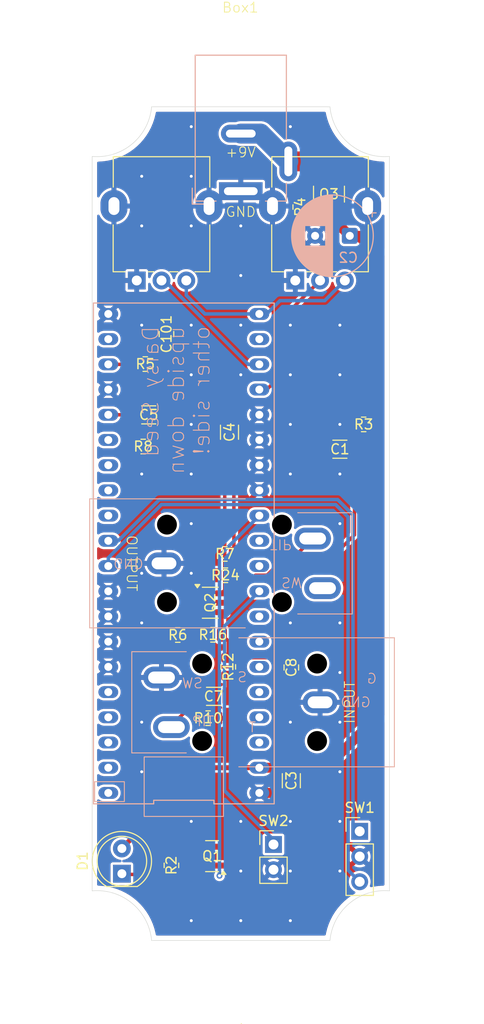
<source format=kicad_pcb>
(kicad_pcb (version 20241229) (generator "pcbnew") (generator_version "9.0")
  (layers (0 "F.Cu" jumper) (2 "B.Cu" signal) (13 "F.Paste" user) (15 "B.Paste" user) (5 "F.SilkS" user "F.Silkscreen") (7 "B.SilkS" user "B.Silkscreen") (1 "F.Mask" user) (3 "B.Mask" user) (25 "Edge.Cuts" user))
  (net 0 "")
  (net 1 "VIN")
  (net 2 "GND")
  (net 3 "IN^{EFF}")
  (net 4 "IN^{CONN}")
  (net 5 "OUT^{CONN}")
  (net 6 "PWRIN")
  (net 7 "LED")
  (net 8 "Net-(Q2B-G)")
  (net 9 "Net-(Q1-C)")
  (net 10 "Net-(C7-Pad2)")
  (net 11 "Net-(Q3-G)")
  (net 12 "POT2")
  (net 14 "+3.3VA")
  (net 15 "POT1")
  (net 16 "SW_UP")
  (net 17 "FOOTSWITCH")
  (net 18 "SW_DOWN")
  (net 19 "OUT^{EFF}")
  (net 20 "Net-(Q2A-D)")
  (net 21 "Net-(Q2A-S)")
  (net 22 "+VA")
  (net 23 "Net-(D1-K)")
  (net 24 "Net-(C101-Pad1)")
  (net 25 "Net-(Q2B-S)")
  (footprint "Package_TO_SOT_SMD:SOT-23-6" (layer "F.Cu") (at 96.92 107.97)
    (property "Reference" "Q2" (at 0 0 90) (layer "F.SilkS"))
    (property "Value" "LS844")
    (pad "1" smd roundrect (at -1.1375 -0.95) (size 1.325 0.6) (layers "F.Cu" "F.Mask" "F.Paste") (net 2 "GND"))
    (pad "2" smd roundrect (at -1.1375 0) (size 1.325 0.6) (layers "F.Cu" "F.Mask" "F.Paste") (net 20 "Net-(Q2A-D)"))
    (pad "3" smd roundrect (at -1.1375 0.95) (size 1.325 0.6) (layers "F.Cu" "F.Mask" "F.Paste") (net 21 "Net-(Q2A-S)"))
    (pad "4" smd roundrect (at 1.1375 0.95) (size 1.325 0.6) (layers "F.Cu" "F.Mask" "F.Paste") (net 8 "Net-(Q2B-G)"))
    (pad "5" smd roundrect (at 1.1375 0) (size 1.325 0.6) (layers "F.Cu" "F.Mask" "F.Paste") (net 22 "+VA"))
    (pad "6" smd roundrect (at 1.1375 -0.95) (size 1.325 0.6) (layers "F.Cu" "F.Mask" "F.Paste") (net 25 "Net-(Q2B-S)"))
  )
  (footprint "Resistor_SMD:R_0805_2012Metric" (layer "F.Cu") (at 93.64 111.22 180)
    (property "Reference" "R6" (at 0 0 0) (layer "F.SilkS"))
    (property "Value" "2k2")
    (pad "1" smd roundrect (at -0.9125 0 180) (size 1.025 1.4) (layers "F.Cu" "F.Mask" "F.Paste") (roundrect_rratio 0.243902) (net 21 "Net-(Q2A-S)"))
    (pad "2" smd roundrect (at 0.9125 0 180) (size 1.025 1.4) (layers "F.Cu" "F.Mask" "F.Paste") (roundrect_rratio 0.243902) (net 2 "GND"))
  )
  (footprint "Mylib:Potentiometer_9mm_MP" (layer "F.Cu") (at 108 68)
    (property "Reference" "RV2" (hide yes))
    (property "Value" "10k")
    (pad "1" thru_hole rect (at -2.5 7.5) (size 1.8 1.8) (drill 1) (layers "*.Cu" "*.Mask") (net 2 "GND"))
    (pad "2" thru_hole circle (at 0 7.5) (size 1.8 1.8) (drill 1) (layers "*.Cu" "*.Mask") (net 12 "POT2"))
    (pad "3" thru_hole circle (at 2.5 7.5) (size 1.8 1.8) (drill 1) (layers "*.Cu" "*.Mask") (net 14 "+3.3VA"))
    (pad "MP" thru_hole oval (at -4.8 0) (size 2.72 3.24) (drill oval 1.1 1.8) (layers "*.Cu" "*.Mask") (net 2 "GND"))
    (pad "MP" thru_hole oval (at 4.8 0) (size 2.72 3.24) (drill oval 1.1 1.8) (layers "*.Cu" "*.Mask") (net 2 "GND"))
  )
  (footprint "Connector_PinHeader_2.54mm:PinHeader_1x03_P2.54mm_Vertical" (layer "F.Cu") (at 112 131)
    (property "Reference" "SW1" (at 0 -2.38 0) (layer "F.SilkS"))
    (property "Value" "SW_SPDT")
    (pad "1" thru_hole rect (at 0 0) (size 1.7 1.7) (drill 1) (layers "*.Cu" "*.Mask") (net 18 "SW_DOWN"))
    (pad "2" thru_hole circle (at 0 2.54) (size 1.7 1.7) (drill 1) (layers "*.Cu" "*.Mask") (net 2 "GND"))
    (pad "3" thru_hole circle (at 0 5.08) (size 1.7 1.7) (drill 1) (layers "*.Cu" "*.Mask") (net 16 "SW_UP"))
  )
  (footprint "Resistor_SMD:R_0805_2012Metric" (layer "F.Cu") (at 98.45 105.2 180)
    (property "Reference" "R24" (at 0 0 0) (layer "F.SilkS"))
    (property "Value" "2k2")
    (pad "1" smd roundrect (at -0.9125 0 180) (size 1.025 1.4) (layers "F.Cu" "F.Mask" "F.Paste") (roundrect_rratio 0.243902) (net 25 "Net-(Q2B-S)"))
    (pad "2" smd roundrect (at 0.9125 0 180) (size 1.025 1.4) (layers "F.Cu" "F.Mask" "F.Paste") (roundrect_rratio 0.243902) (net 20 "Net-(Q2A-D)"))
  )
  (footprint "Package_TO_SOT_SMD:SOT-23-3" (layer "F.Cu") (at 108.9 66.8 90)
    (property "Reference" "Q3" (at 0 0 0) (layer "F.SilkS"))
    (property "Value" "PMV250")
    (pad "1" smd roundrect (at -1.1375 -0.95 90) (size 1.325 0.6) (layers "F.Cu" "F.Mask" "F.Paste") (net 11 "Net-(Q3-G)"))
    (pad "2" smd roundrect (at -1.1375 0.95 90) (size 1.325 0.6) (layers "F.Cu" "F.Mask" "F.Paste") (net 1 "VIN"))
    (pad "3" smd roundrect (at 1.1375 0 90) (size 1.325 0.6) (layers "F.Cu" "F.Mask" "F.Paste") (net 6 "PWRIN"))
  )
  (footprint "Capacitor_SMD:C_0805_2012Metric" (layer "F.Cu") (at 105.1 114.49 -90)
    (property "Reference" "C8" (at 0 0 90) (layer "F.SilkS"))
    (property "Value" "150pF")
    (pad "1" smd roundrect (at -0.95 0 270) (size 1 1.45) (layers "F.Cu" "F.Mask" "F.Paste") (net 8 "Net-(Q2B-G)"))
    (pad "2" smd roundrect (at 0.95 0 270) (size 1 1.45) (layers "F.Cu" "F.Mask" "F.Paste") (net 2 "GND"))
  )
  (footprint "Resistor_SMD:R_0805_2012Metric" (layer "F.Cu") (at 97.19 111.2 180)
    (property "Reference" "R16" (at 0 0 0) (layer "F.SilkS"))
    (property "Value" "1MEG")
    (pad "1" smd roundrect (at -0.9125 0 180) (size 1.025 1.4) (layers "F.Cu" "F.Mask" "F.Paste") (roundrect_rratio 0.243902) (net 8 "Net-(Q2B-G)"))
    (pad "2" smd roundrect (at 0.9125 0 180) (size 1.025 1.4) (layers "F.Cu" "F.Mask" "F.Paste") (roundrect_rratio 0.243902) (net 20 "Net-(Q2A-D)"))
  )
  (footprint "Resistor_SMD:R_0805_2012Metric" (layer "F.Cu") (at 106 68.1 -90)
    (property "Reference" "R4" (at 0 0 90) (layer "F.SilkS"))
    (property "Value" "100k")
    (pad "1" smd roundrect (at -0.9125 0 270) (size 1.025 1.4) (layers "F.Cu" "F.Mask" "F.Paste") (roundrect_rratio 0.243902) (net 11 "Net-(Q3-G)"))
    (pad "2" smd roundrect (at 0.9125 0 270) (size 1.025 1.4) (layers "F.Cu" "F.Mask" "F.Paste") (roundrect_rratio 0.243902) (net 2 "GND"))
  )
  (footprint "Resistor_SMD:R_0805_2012Metric" (layer "F.Cu") (at 98.39 103.05 180)
    (property "Reference" "R7" (at 0 0 0) (layer "F.SilkS"))
    (property "Value" "1MEG")
    (pad "1" smd roundrect (at -0.9125 0 180) (size 1.025 1.4) (layers "F.Cu" "F.Mask" "F.Paste") (roundrect_rratio 0.243902) (net 5 "OUT^{CONN}"))
    (pad "2" smd roundrect (at 0.9125 0 180) (size 1.025 1.4) (layers "F.Cu" "F.Mask" "F.Paste") (roundrect_rratio 0.243902) (net 2 "GND"))
  )
  (footprint "Connector_PinHeader_2.54mm:PinHeader_1x02_P2.54mm_Vertical" (layer "F.Cu") (at 103.3 132.325)
    (property "Reference" "SW2" (at 0 -2.38 0) (layer "F.SilkS"))
    (property "Value" "SW_Push")
    (pad "1" thru_hole rect (at 0 0) (size 1.7 1.7) (drill 1) (layers "*.Cu" "*.Mask") (net 17 "FOOTSWITCH"))
    (pad "2" thru_hole circle (at 0 2.54) (size 1.7 1.7) (drill 1) (layers "*.Cu" "*.Mask") (net 2 "GND"))
  )
  (footprint "Package_TO_SOT_SMD:SOT-23" (layer "F.Cu") (at 97.1 133.5 180)
    (property "Reference" "Q1" (at 0 0 0) (layer "F.SilkS"))
    (property "Value" "BC846")
    (pad "1" smd roundrect (at -0.9375 -0.95 180) (size 1.475 0.6) (layers "F.Cu" "F.Mask" "F.Paste") (net 7 "LED"))
    (pad "2" smd roundrect (at -0.9375 0.95 180) (size 1.475 0.6) (layers "F.Cu" "F.Mask" "F.Paste") (net 2 "GND"))
    (pad "3" smd roundrect (at 0.9375 0 180) (size 1.475 0.6) (layers "F.Cu" "F.Mask" "F.Paste") (net 9 "Net-(Q1-C)"))
  )
  (footprint "Capacitor_SMD:C_1206_3216Metric" (layer "F.Cu") (at 110 92.5 180)
    (property "Reference" "C1" (at 0 0 0) (layer "F.SilkS"))
    (property "Value" "22uF")
    (pad "1" smd roundrect (at -1.475 0 180) (size 1.15 1.8) (layers "F.Cu" "F.Mask" "F.Paste") (roundrect_rratio 0.217391) (net 22 "+VA"))
    (pad "2" smd roundrect (at 1.475 0 180) (size 1.15 1.8) (layers "F.Cu" "F.Mask" "F.Paste") (roundrect_rratio 0.217391) (net 2 "GND"))
  )
  (footprint "Mylib:1590A" (layer "F.Cu") (at 100 100)
    (property "Reference" "Box1" (at -0.05 -52 0) (layer "F.SilkS") (effects (font (thickness 0.1))))
    (property "Value" "1590A")
  )
  (footprint "Capacitor_SMD:C_1206_3216Metric" (layer "F.Cu") (at 105.1 125.9 -90)
    (property "Reference" "C3" (at 0 0 90) (layer "F.SilkS"))
    (property "Value" "22uF")
    (pad "1" smd roundrect (at -1.475 0 270) (size 1.15 1.8) (layers "F.Cu" "F.Mask" "F.Paste") (roundrect_rratio 0.217391) (net 1 "VIN"))
    (pad "2" smd roundrect (at 1.475 0 270) (size 1.15 1.8) (layers "F.Cu" "F.Mask" "F.Paste") (roundrect_rratio 0.217391) (net 2 "GND"))
  )
  (footprint "Capacitor_SMD:C_0805_2012Metric" (layer "F.Cu") (at 92.5 80.9 90)
    (property "Reference" "C101" (at 0 0 90) (layer "F.SilkS"))
    (property "Value" "2n2")
    (pad "1" smd roundrect (at -0.95 0 90) (size 1 1.45) (layers "F.Cu" "F.Mask" "F.Paste") (net 24 "Net-(C101-Pad1)"))
    (pad "2" smd roundrect (at 0.95 0 90) (size 1 1.45) (layers "F.Cu" "F.Mask" "F.Paste") (net 2 "GND"))
  )
  (footprint "Resistor_SMD:R_0805_2012Metric" (layer "F.Cu") (at 93 134.43 90)
    (property "Reference" "R2" (at 0 0 90) (layer "F.SilkS"))
    (property "Value" "2k2")
    (pad "1" smd roundrect (at -0.9125 0 90) (size 1.025 1.4) (layers "F.Cu" "F.Mask" "F.Paste") (roundrect_rratio 0.243902) (net 23 "Net-(D1-K)"))
    (pad "2" smd roundrect (at 0.9125 0 90) (size 1.025 1.4) (layers "F.Cu" "F.Mask" "F.Paste") (roundrect_rratio 0.243902) (net 9 "Net-(Q1-C)"))
  )
  (footprint "Resistor_SMD:R_0805_2012Metric" (layer "F.Cu") (at 90.15 92.23)
    (property "Reference" "R8" (at 0 0 0) (layer "F.SilkS"))
    (property "Value" "1MEG")
    (pad "1" smd roundrect (at -0.9125 0) (size 1.025 1.4) (layers "F.Cu" "F.Mask" "F.Paste") (roundrect_rratio 0.243902) (net 3 "IN^{EFF}"))
    (pad "2" smd roundrect (at 0.9125 0) (size 1.025 1.4) (layers "F.Cu" "F.Mask" "F.Paste") (roundrect_rratio 0.243902) (net 2 "GND"))
  )
  (footprint "Capacitor_SMD:C_1206_3216Metric" (layer "F.Cu") (at 97.25 117.4)
    (property "Reference" "C7" (at 0 0 0) (layer "F.SilkS"))
    (property "Value" "4.7uF")
    (pad "1" smd roundrect (at -1.475 0) (size 1.15 1.8) (layers "F.Cu" "F.Mask" "F.Paste") (roundrect_rratio 0.217391) (net 4 "IN^{CONN}"))
    (pad "2" smd roundrect (at 1.475 0) (size 1.15 1.8) (layers "F.Cu" "F.Mask" "F.Paste") (roundrect_rratio 0.217391) (net 10 "Net-(C7-Pad2)"))
  )
  (footprint "LED_THT:LED_D5.0mm" (layer "F.Cu") (at 88 135.27 90)
    (property "Reference" "D1" (at 1.27 -3.96 90) (layer "F.SilkS"))
    (property "Value" "LED")
    (pad "1" thru_hole rect (at 0 0 90) (size 1.8 1.8) (drill 0.9) (layers "*.Cu" "*.Mask") (net 23 "Net-(D1-K)"))
    (pad "2" thru_hole circle (at 2.54 0 90) (size 1.8 1.8) (drill 0.9) (layers "*.Cu" "*.Mask") (net 1 "VIN"))
  )
  (footprint "Capacitor_SMD:C_1206_3216Metric" (layer "F.Cu") (at 90.71 89.04 180)
    (property "Reference" "C5" (at 0 0 0) (layer "F.SilkS"))
    (property "Value" "4.7uF")
    (pad "1" smd roundrect (at -1.475 0 180) (size 1.15 1.8) (layers "F.Cu" "F.Mask" "F.Paste") (roundrect_rratio 0.217391) (net 25 "Net-(Q2B-S)"))
    (pad "2" smd roundrect (at 1.475 0 180) (size 1.15 1.8) (layers "F.Cu" "F.Mask" "F.Paste") (roundrect_rratio 0.217391) (net 3 "IN^{EFF}"))
  )
  (footprint "Mylib:Potentiometer_9mm_MP" (layer "F.Cu") (at 92 68)
    (property "Reference" "RV1" (hide yes))
    (property "Value" "10k")
    (pad "1" thru_hole rect (at -2.5 7.5) (size 1.8 1.8) (drill 1) (layers "*.Cu" "*.Mask") (net 2 "GND"))
    (pad "2" thru_hole circle (at 0 7.5) (size 1.8 1.8) (drill 1) (layers "*.Cu" "*.Mask") (net 15 "POT1"))
    (pad "3" thru_hole circle (at 2.5 7.5) (size 1.8 1.8) (drill 1) (layers "*.Cu" "*.Mask") (net 14 "+3.3VA"))
    (pad "MP" thru_hole oval (at -4.8 0) (size 2.72 3.24) (drill oval 1.1 1.8) (layers "*.Cu" "*.Mask") (net 2 "GND"))
    (pad "MP" thru_hole oval (at 4.8 0) (size 2.72 3.24) (drill oval 1.1 1.8) (layers "*.Cu" "*.Mask") (net 2 "GND"))
  )
  (footprint "Resistor_SMD:R_0805_2012Metric" (layer "F.Cu") (at 90.36 83.92)
    (property "Reference" "R5" (at 0 0 0) (layer "F.SilkS"))
    (property "Value" "3k3")
    (pad "1" smd roundrect (at -0.9125 0) (size 1.025 1.4) (layers "F.Cu" "F.Mask" "F.Paste") (roundrect_rratio 0.243902) (net 19 "OUT^{EFF}"))
    (pad "2" smd roundrect (at 0.9125 0) (size 1.025 1.4) (layers "F.Cu" "F.Mask" "F.Paste") (roundrect_rratio 0.243902) (net 24 "Net-(C101-Pad1)"))
  )
  (footprint "Capacitor_SMD:C_1206_3216Metric" (layer "F.Cu") (at 98.86 90.79 -90)
    (property "Reference" "C4" (at 0 0 90) (layer "F.SilkS"))
    (property "Value" "0.47uF")
    (pad "1" smd roundrect (at -1.475 0 270) (size 1.15 1.8) (layers "F.Cu" "F.Mask" "F.Paste") (roundrect_rratio 0.217391) (net 24 "Net-(C101-Pad1)"))
    (pad "2" smd roundrect (at 1.475 0 270) (size 1.15 1.8) (layers "F.Cu" "F.Mask" "F.Paste") (roundrect_rratio 0.217391) (net 5 "OUT^{CONN}"))
  )
  (footprint "Resistor_SMD:R_0805_2012Metric" (layer "F.Cu") (at 98.74 114.43 90)
    (property "Reference" "R12" (at 0 0 90) (layer "F.SilkS"))
    (property "Value" "1k")
    (pad "1" smd roundrect (at -0.9125 0 90) (size 1.025 1.4) (layers "F.Cu" "F.Mask" "F.Paste") (roundrect_rratio 0.243902) (net 10 "Net-(C7-Pad2)"))
    (pad "2" smd roundrect (at 0.9125 0 90) (size 1.025 1.4) (layers "F.Cu" "F.Mask" "F.Paste") (roundrect_rratio 0.243902) (net 8 "Net-(Q2B-G)"))
  )
  (footprint "Resistor_SMD:R_0805_2012Metric" (layer "F.Cu") (at 96.7 119.6)
    (property "Reference" "R10" (at 0 0 0) (layer "F.SilkS"))
    (property "Value" "1MEG")
    (pad "1" smd roundrect (at -0.9125 0) (size 1.025 1.4) (layers "F.Cu" "F.Mask" "F.Paste") (roundrect_rratio 0.243902) (net 4 "IN^{CONN}"))
    (pad "2" smd roundrect (at 0.9125 0) (size 1.025 1.4) (layers "F.Cu" "F.Mask" "F.Paste") (roundrect_rratio 0.243902) (net 2 "GND"))
  )
  (footprint "Resistor_SMD:R_0805_2012Metric" (layer "F.Cu") (at 112.4 90 180)
    (property "Reference" "R3" (at 0 0 0) (layer "F.SilkS"))
    (property "Value" "220R")
    (pad "1" smd roundrect (at -0.9125 0 180) (size 1.025 1.4) (layers "F.Cu" "F.Mask" "F.Paste") (roundrect_rratio 0.243902) (net 1 "VIN"))
    (pad "2" smd roundrect (at 0.9125 0 180) (size 1.025 1.4) (layers "F.Cu" "F.Mask" "F.Paste") (roundrect_rratio 0.243902) (net 22 "+VA"))
  )
  (footprint "Capacitor_THT:CP_Radial_D8.0mm_P3.50mm" (layer "B.Cu") (at 111 71 180)
    (property "Reference" "C2" (at 0.152651 -2.2 0) (layer "B.SilkS") (effects (justify mirror)))
    (property "Value" "100uF")
    (pad "1" thru_hole roundrect (at 0 0 180) (size 1.6 1.6) (drill 0.8) (layers "*.Cu" "*.Mask") (roundrect_rratio 0.15625) (net 1 "VIN"))
    (pad "2" thru_hole circle (at 3.5 0 180) (size 1.6 1.6) (drill 0.8) (layers "*.Cu" "*.Mask") (net 2 "GND"))
  )
  (footprint "Mylib:CK-6.35" (layer "B.Cu") (at 92.25 104)
    (property "Reference" "J5" (hide yes))
    (property "Value" "AudioJack2_Ground" (hide yes))
    (fp_text user "GND" (at -2 0 180) (layer "B.SilkS") (effects (font (thickness 0.1)) (justify right mirror)))
    (fp_text user "SW" (at 14 2.5 180) (layer "B.SilkS") (effects (font (thickness 0.1)) (justify right top mirror)))
    (fp_text user "TIP" (at 13 -2.5 180) (layer "B.SilkS") (effects (font (thickness 0.1)) (justify right bottom mirror)))
    (pad "" np_thru_hole circle (at 0.3 -3.9) (size 2.54 2.54) (drill 2) (layers "*.Mask"))
    (pad "" np_thru_hole circle (at 0.3 3.9) (size 2.54 2.54) (drill 2) (layers "*.Mask"))
    (pad "" np_thru_hole circle (at 11.9 -3.9) (size 2.54 2.54) (drill 2) (layers "*.Mask"))
    (pad "" np_thru_hole circle (at 11.9 3.9) (size 2.54 2.54) (drill 2) (layers "*.Mask"))
    (pad "G" thru_hole oval (at 0 0) (size 3.5 2.2) (drill oval 2.5 1.2) (layers "*.Cu" "*.Mask") (net 2 "GND"))
    (pad "S" thru_hole oval (at 16 2.5) (size 3.7 2.2) (drill oval 2.7 1.2) (layers "*.Cu" "*.Mask"))
    (pad "T" thru_hole oval (at 15 -2.5) (size 3.7 2.2) (drill oval 2.7 1.2) (layers "*.Cu" "*.Mask") (net 5 "OUT^{CONN}"))
  )
  (footprint "Connector_BarrelJack:BarrelJack_Wuerth_6941xx301002" (layer "B.Cu") (at 100 66.5)
    (property "Reference" "J1" (hide yes))
    (property "Value" "Barrel_Jack_Switch")
    (pad "1" thru_hole rect (at 0 0) (size 4.4 1.8) (drill oval 3.4 0.8) (layers "*.Cu" "*.Mask") (net 2 "GND"))
    (pad "2" thru_hole oval (at 0 -5.8) (size 4 1.8) (drill oval 3 0.8) (layers "*.Cu" "*.Mask") (net 6 "PWRIN"))
    (pad "3" thru_hole oval (at 4.8 -3 270) (size 4 1.8) (drill oval 3 0.8) (layers "*.Cu" "*.Mask") (net 6 "PWRIN"))
  )
  (footprint "Mylib:DaisySeed" (layer "B.Cu") (at 94.25 103)
    (property "Reference" "U201" (hide yes))
    (property "Value" "Daisy Seed")
    (pad "1" thru_hole oval (at -7.62 24.13 90) (size 1.2 2) (drill 0.8) (layers "*.Cu" "*.Mask"))
    (pad "2" thru_hole oval (at -7.62 21.59 90) (size 1.2 2) (drill 0.8) (layers "*.Cu" "*.Mask"))
    (pad "3" thru_hole oval (at -7.62 19.05 90) (size 1.2 2) (drill 0.8) (layers "*.Cu" "*.Mask"))
    (pad "4" thru_hole oval (at -7.62 16.51 90) (size 1.2 2) (drill 0.8) (layers "*.Cu" "*.Mask"))
    (pad "5" thru_hole oval (at -7.62 13.97 90) (size 1.2 2) (drill 0.8) (layers "*.Cu" "*.Mask"))
    (pad "6" thru_hole oval (at -7.62 11.43 90) (size 1.2 2) (drill 0.8) (layers "*.Cu" "*.Mask") (net 2 "GND"))
    (pad "7" thru_hole oval (at -7.62 8.89 90) (size 1.2 2) (drill 0.8) (layers "*.Cu" "*.Mask") (net 2 "GND"))
    (pad "8" thru_hole oval (at -7.62 6.35 90) (size 1.2 2) (drill 0.8) (layers "*.Cu" "*.Mask") (net 2 "GND"))
    (pad "9" thru_hole oval (at -7.62 3.81 90) (size 1.2 2) (drill 0.8) (layers "*.Cu" "*.Mask") (net 2 "GND"))
    (pad "10" thru_hole oval (at -7.62 1.27 90) (size 1.2 2) (drill 0.8) (layers "*.Cu" "*.Mask") (net 16 "SW_UP"))
    (pad "11" thru_hole oval (at -7.62 -1.27 90) (size 1.2 2) (drill 0.8) (layers "*.Cu" "*.Mask") (net 18 "SW_DOWN"))
    (pad "12" thru_hole oval (at -7.62 -3.81 90) (size 1.2 2) (drill 0.8) (layers "*.Cu" "*.Mask"))
    (pad "13" thru_hole oval (at -7.62 -6.35 90) (size 1.2 2) (drill 0.8) (layers "*.Cu" "*.Mask"))
    (pad "14" thru_hole oval (at -7.62 -8.89 90) (size 1.2 2) (drill 0.8) (layers "*.Cu" "*.Mask"))
    (pad "15" thru_hole oval (at -7.62 -11.43 90) (size 1.2 2) (drill 0.8) (layers "*.Cu" "*.Mask"))
    (pad "16" thru_hole oval (at -7.62 -13.97 90) (size 1.2 2) (drill 0.8) (layers "*.Cu" "*.Mask") (net 3 "IN^{EFF}"))
    (pad "17" thru_hole oval (at -7.62 -16.51 90) (size 1.2 2) (drill 0.8) (layers "*.Cu" "*.Mask") (net 2 "GND"))
    (pad "18" thru_hole oval (at -7.62 -19.05 90) (size 1.2 2) (drill 0.8) (layers "*.Cu" "*.Mask") (net 19 "OUT^{EFF}"))
    (pad "19" thru_hole oval (at -7.62 -21.59 90) (size 1.2 2) (drill 0.8) (layers "*.Cu" "*.Mask"))
    (pad "20" thru_hole oval (at -7.62 -24.13 90) (size 1.2 2) (drill 0.8) (layers "*.Cu" "*.Mask") (net 2 "GND"))
    (pad "21" thru_hole oval (at 7.62 -24.13 90) (size 1.2 2) (drill 0.8) (layers "*.Cu" "*.Mask") (net 14 "+3.3VA"))
    (pad "22" thru_hole oval (at 7.62 -21.59 90) (size 1.2 2) (drill 0.8) (layers "*.Cu" "*.Mask"))
    (pad "23" thru_hole oval (at 7.62 -19.05 90) (size 1.2 2) (drill 0.8) (layers "*.Cu" "*.Mask") (net 15 "POT1"))
    (pad "24" thru_hole oval (at 7.62 -16.51 90) (size 1.2 2) (drill 0.8) (layers "*.Cu" "*.Mask") (net 12 "POT2"))
    (pad "25" thru_hole oval (at 7.62 -13.97 90) (size 1.2 2) (drill 0.8) (layers "*.Cu" "*.Mask") (net 2 "GND"))
    (pad "26" thru_hole oval (at 7.62 -11.43 90) (size 1.2 2) (drill 0.8) (layers "*.Cu" "*.Mask") (net 2 "GND"))
    (pad "27" thru_hole oval (at 7.62 -8.89 90) (size 1.2 2) (drill 0.8) (layers "*.Cu" "*.Mask") (net 2 "GND"))
    (pad "28" thru_hole oval (at 7.62 -6.35 90) (size 1.2 2) (drill 0.8) (layers "*.Cu" "*.Mask") (net 2 "GND"))
    (pad "29" thru_hole oval (at 7.62 -3.81 90) (size 1.2 2) (drill 0.8) (layers "*.Cu" "*.Mask") (net 7 "LED"))
    (pad "30" thru_hole oval (at 7.62 -1.27 90) (size 1.2 2) (drill 0.8) (layers "*.Cu" "*.Mask"))
    (pad "31" thru_hole oval (at 7.62 1.27 90) (size 1.2 2) (drill 0.8) (layers "*.Cu" "*.Mask"))
    (pad "32" thru_hole oval (at 7.62 3.81 90) (size 1.2 2) (drill 0.8) (layers "*.Cu" "*.Mask") (net 17 "FOOTSWITCH"))
    (pad "33" thru_hole oval (at 7.62 6.35 90) (size 1.2 2) (drill 0.8) (layers "*.Cu" "*.Mask"))
    (pad "34" thru_hole oval (at 7.62 8.89 90) (size 1.2 2) (drill 0.8) (layers "*.Cu" "*.Mask"))
    (pad "35" thru_hole oval (at 7.62 11.43 90) (size 1.2 2) (drill 0.8) (layers "*.Cu" "*.Mask"))
    (pad "36" thru_hole oval (at 7.62 13.97 90) (size 1.2 2) (drill 0.8) (layers "*.Cu" "*.Mask"))
    (pad "37" thru_hole oval (at 7.62 16.51 90) (size 1.2 2) (drill 0.8) (layers "*.Cu" "*.Mask"))
    (pad "38" thru_hole oval (at 7.62 19.05 90) (size 1.2 2) (drill 0.8) (layers "*.Cu" "*.Mask"))
    (pad "39" thru_hole oval (at 7.62 21.59 90) (size 1.2 2) (drill 0.8) (layers "*.Cu" "*.Mask") (net 1 "VIN"))
    (pad "40" thru_hole oval (at 7.62 24.13 90) (size 1.2 2) (drill 0.8) (layers "*.Cu" "*.Mask") (net 2 "GND"))
  )
  (footprint "Mylib:CK-6.35" (layer "B.Cu") (at 108 118 180)
    (property "Reference" "J4" (hide yes))
    (property "Value" "AudioJack2_Ground" (hide yes))
    (fp_text user "TIP" (at 13 -2.5 0) (layer "B.SilkS") (effects (font (thickness 0.1)) (justify right bottom mirror)))
    (fp_text user "GND" (at -2 0 0) (layer "B.SilkS") (effects (font (thickness 0.1)) (justify right mirror)))
    (fp_text user "S" (at 8.4 3.2 180) (layer "B.SilkS") (effects (font (thickness 0.1)) (justify left bottom mirror)))
    (fp_text user "SW" (at 14 2.5 0) (layer "B.SilkS") (effects (font (thickness 0.1)) (justify right top mirror)))
    (fp_text user "G" (at -5.8 1.8 0) (layer "B.SilkS") (effects (font (thickness 0.1)) (justify left bottom mirror)))
    (fp_text user "T" (at 6.4 -3.1 0) (layer "B.SilkS") (effects (font (thickness 0.1)) (justify left bottom mirror)))
    (pad "" np_thru_hole circle (at 0.3 -3.9 180) (size 2.54 2.54) (drill 2) (layers "*.Mask"))
    (pad "" np_thru_hole circle (at 0.3 3.9 180) (size 2.54 2.54) (drill 2) (layers "*.Mask"))
    (pad "" np_thru_hole circle (at 11.9 -3.9 180) (size 2.54 2.54) (drill 2) (layers "*.Mask"))
    (pad "" np_thru_hole circle (at 11.9 3.9 180) (size 2.54 2.54) (drill 2) (layers "*.Mask"))
    (pad "G" thru_hole oval (at 0 0 180) (size 3.5 2.2) (drill oval 2.5 1.2) (layers "*.Cu" "*.Mask") (net 2 "GND"))
    (pad "S" thru_hole oval (at 16 2.5 180) (size 3.7 2.2) (drill oval 2.7 1.2) (layers "*.Cu" "*.Mask") (net 2 "GND"))
    (pad "T" thru_hole oval (at 15 -2.5 180) (size 3.7 2.2) (drill oval 2.7 1.2) (layers "*.Cu" "*.Mask") (net 4 "IN^{CONN}"))
  )
  (gr_arc (start 109 142) (mid 110.964466 138.257359) (end 115 137) (stroke (width 0.05)) (layer "Edge.Cuts"))
  (gr_arc (start 91 58) (mid 89.035534 61.742641) (end 85 63) (stroke (width 0.05)) (layer "Edge.Cuts"))
  (gr_arc (start 115 63) (mid 110.964466 61.742641) (end 109 58) (stroke (width 0.05)) (layer "Edge.Cuts"))
  (gr_line (start 91 142) (end 109 142) (stroke (width 0.05)) (layer "Edge.Cuts"))
  (gr_line (start 115 63) (end 115 137) (stroke (width 0.05)) (layer "Edge.Cuts"))
  (gr_line (start 91 58) (end 109 58) (stroke (width 0.05)) (layer "Edge.Cuts"))
  (gr_line (start 85 137) (end 85 63) (stroke (width 0.05)) (layer "Edge.Cuts"))
  (gr_arc (start 85 137) (mid 89.035534 138.257359) (end 91 142) (stroke (width 0.05)) (layer "Edge.Cuts"))
  (gr_text "INPUT" (at 111 118 90) (layer "F.SilkS") (effects (font (size 1 1) (thickness 0.1))))
  (gr_text "+9V" (at 100 62 0) (layer "F.SilkS") (effects (font (size 1 1) (thickness 0.1)) (justify top)))
  (gr_text "GND" (at 100 68 0) (layer "F.SilkS") (effects (font (size 1 1) (thickness 0.1)) (justify top)))
  (gr_text "OUTPUT" (at 89 104 270) (layer "F.SilkS") (effects (font (size 1 1) (thickness 0.1))))
  (gr_text "Daisy Seed\nupside down\nother side!" (at 97 80 90) (layer "B.SilkS") (effects (font (size 1.6 1.6) (thickness 0.1)) (justify left bottom mirror)))
  (segment (start 101.87 124.59) (end 96.11 124.59) (width 0.5) (layer "F.Cu") (net 1))
  (segment (start 88 132.7) (end 88 132.73) (width 0.5) (layer "F.Cu") (net 1))
  (segment (start 96.11 124.59) (end 88 132.7) (width 0.5) (layer "F.Cu") (net 1))
  (segment (start 104.935 124.59) (end 105.1 124.425) (width 1) (layer "F.Cu") (net 1))
  (segment (start 108.775 124.425) (end 105.1 124.425) (width 1) (layer "F.Cu") (net 1))
  (segment (start 109.85 67.9375) (end 109.85 69.85) (width 1) (layer "F.Cu") (net 1))
  (segment (start 111.9 71) (end 113.999 73.099) (width 1) (layer "F.Cu") (net 1))
  (segment (start 109.85 69.85) (end 111 71) (width 1) (layer "F.Cu") (net 1))
  (segment (start 111 71) (end 111.9 71) (width 1) (layer "F.Cu") (net 1))
  (segment (start 113.999 119.201) (end 108.775 124.425) (width 1) (layer "F.Cu") (net 1))
  (segment (start 101.87 124.59) (end 104.935 124.59) (width 1) (layer "F.Cu") (net 1))
  (segment (start 113.999 73.099) (end 113.999 119.201) (width 1) (layer "F.Cu") (net 1))
  (segment (start 101.87 127.13) (end 104.855 127.13) (width 1) (layer "F.Cu") (net 2))
  (segment (start 104.855 127.13) (end 105.1 127.375) (width 1) (layer "F.Cu") (net 2))
  (via (at 110 80) (size 0.6) (drill 0.3) (layers "F.Cu" "B.Cu") (net 2))
  (via (at 100 75) (size 0.6) (drill 0.3) (layers "F.Cu" "B.Cu") (net 2))
  (via (at 105 130) (size 0.6) (drill 0.3) (layers "F.Cu" "B.Cu") (net 2))
  (via (at 110 85) (size 0.6) (drill 0.3) (layers "F.Cu" "B.Cu") (net 2))
  (via (at 100 80) (size 0.6) (drill 0.3) (layers "F.Cu" "B.Cu") (net 2))
  (via (at 105 60) (size 0.6) (drill 0.3) (layers "F.Cu" "B.Cu") (net 2))
  (via (at 105 85) (size 0.6) (drill 0.3) (layers "F.Cu" "B.Cu") (net 2))
  (via (at 90 80) (size 0.6) (drill 0.3) (layers "F.Cu" "B.Cu") (net 2))
  (via (at 110 95) (size 0.6) (drill 0.3) (layers "F.Cu" "B.Cu") (net 2))
  (via (at 110 90) (size 0.6) (drill 0.3) (layers "F.Cu" "B.Cu") (net 2))
  (via (at 105 135) (size 0.6) (drill 0.3) (layers "F.Cu" "B.Cu") (net 2))
  (via (at 105 95) (size 0.6) (drill 0.3) (layers "F.Cu" "B.Cu") (net 2))
  (via (at 105 140) (size 0.6) (drill 0.3) (layers "F.Cu" "B.Cu") (net 2))
  (via (at 110 100) (size 0.6) (drill 0.3) (layers "F.Cu" "B.Cu") (net 2))
  (via (at 100 130) (size 0.6) (drill 0.3) (layers "F.Cu" "B.Cu") (net 2))
  (via (at 110 110) (size 0.6) (drill 0.3) (layers "F.Cu" "B.Cu") (net 2))
  (via (at 95 65) (size 0.6) (drill 0.3) (layers "F.Cu" "B.Cu") (net 2))
  (via (at 95 85) (size 0.6) (drill 0.3) (layers "F.Cu" "B.Cu") (net 2))
  (via (at 90 70) (size 0.6) (drill 0.3) (layers "F.Cu" "B.Cu") (net 2))
  (via (at 95 130) (size 0.6) (drill 0.3) (layers "F.Cu" "B.Cu") (net 2))
  (via (at 95 90) (size 0.6) (drill 0.3) (layers "F.Cu" "B.Cu") (net 2))
  (via (at 100 85) (size 0.6) (drill 0.3) (layers "F.Cu" "B.Cu") (net 2))
  (via (at 90 65) (size 0.6) (drill 0.3) (layers "F.Cu" "B.Cu") (net 2))
  (via (at 110 135) (size 0.6) (drill 0.3) (layers "F.Cu" "B.Cu") (net 2))
  (via (at 110 120) (size 0.6) (drill 0.3) (layers "F.Cu" "B.Cu") (net 2))
  (via (at 105 90) (size 0.6) (drill 0.3) (layers "F.Cu" "B.Cu") (net 2))
  (via (at 95 105) (size 0.6) (drill 0.3) (layers "F.Cu" "B.Cu") (net 2))
  (via (at 95 70) (size 0.6) (drill 0.3) (layers "F.Cu" "B.Cu") (net 2))
  (via (at 110 130) (size 0.6) (drill 0.3) (layers "F.Cu" "B.Cu") (net 2))
  (via (at 95 100) (size 0.6) (drill 0.3) (layers "F.Cu" "B.Cu") (net 2))
  (via (at 90 105) (size 0.6) (drill 0.3) (layers "F.Cu" "B.Cu") (net 2))
  (via (at 100 70) (size 0.6) (drill 0.3) (layers "F.Cu" "B.Cu") (net 2))
  (via (at 105 110) (size 0.6) (drill 0.3) (layers "F.Cu" "B.Cu") (net 2))
  (via (at 100 135) (size 0.6) (drill 0.3) (layers "F.Cu" "B.Cu") (net 2))
  (via (at 95 60) (size 0.6) (drill 0.3) (layers "F.Cu" "B.Cu") (net 2))
  (via (at 105 80) (size 0.6) (drill 0.3) (layers "F.Cu" "B.Cu") (net 2))
  (via (at 90 125) (size 0.6) (drill 0.3) (layers "F.Cu" "B.Cu") (net 2))
  (via (at 95 95) (size 0.6) (drill 0.3) (layers "F.Cu" "B.Cu") (net 2))
  (via (at 90 110) (size 0.6) (drill 0.3) (layers "F.Cu" "B.Cu") (net 2))
  (via (at 100 140) (size 0.6) (drill 0.3) (layers "F.Cu" "B.Cu") (net 2))
  (via (at 105 120) (size 0.6) (drill 0.3) (layers "F.Cu" "B.Cu") (net 2))
  (via (at 90 95) (size 0.6) (drill 0.3) (layers "F.Cu" "B.Cu") (net 2))
  (via (at 95 80) (size 0.6) (drill 0.3) (layers "F.Cu" "B.Cu") (net 2))
  (via (at 90 120) (size 0.6) (drill 0.3) (layers "F.Cu" "B.Cu") (net 2))
  (via (at 110 125) (size 0.6) (drill 0.3) (layers "F.Cu" "B.Cu") (net 2))
  (via (at 95 140) (size 0.6) (drill 0.3) (layers "F.Cu" "B.Cu") (net 2))
  (via (at 110 115) (size 0.6) (drill 0.3) (layers "F.Cu" "B.Cu") (net 2))
  (segment (start 89.225 89.03) (end 89.235 89.04) (width 0.35) (layer "F.Cu") (net 3))
  (segment (start 86.63 89.03) (end 89.225 89.03) (width 0.35) (layer "F.Cu") (net 3))
  (segment (start 89.2375 92.23) (end 89.2375 89.0425) (width 0.35) (layer "F.Cu") (net 3))
  (segment (start 89.2375 89.0425) (end 89.235 89.04) (width 0.35) (layer "F.Cu") (net 3))
  (segment (start 95.7875 117.5825) (end 95.775 117.57) (width 0.35) (layer "F.Cu") (net 4))
  (segment (start 95.7875 119.6) (end 95.7875 117.5825) (width 0.35) (layer "F.Cu") (net 4))
  (segment (start 93 120.5) (end 93 120.345) (width 0.35) (layer "F.Cu") (net 4))
  (segment (start 93 120.345) (end 95.775 117.57) (width 0.35) (layer "F.Cu") (net 4))
  (segment (start 95.775 117.57) (end 95.775 117.4) (width 0.35) (layer "F.Cu") (net 4))
  (segment (start 98.86 92.265) (end 99.3025 92.7075) (width 0.35) (layer "F.Cu") (net 5))
  (segment (start 99.3025 92.7075) (end 99.3025 103.05) (width 0.35) (layer "F.Cu") (net 5))
  (segment (start 105.7 103.05) (end 107.25 101.5) (width 0.35) (layer "F.Cu") (net 5))
  (segment (start 99.3025 103.05) (end 105.7 103.05) (width 0.35) (layer "F.Cu") (net 5))
  (segment (start 100 60.7) (end 102 60.7) (width 2) (layer "F.Cu") (net 6))
  (segment (start 102 60.7) (end 104.8 63.5) (width 2) (layer "F.Cu") (net 6))
  (segment (start 106.7375 63.5) (end 108.9 65.6625) (width 2) (layer "F.Cu") (net 6))
  (segment (start 104.8 63.5) (end 106.7375 63.5) (width 2) (layer "F.Cu") (net 6))
  (segment (start 102 60.7) (end 104.8 63.5) (width 2) (layer "B.Cu") (net 6))
  (segment (start 100 60.7) (end 102 60.7) (width 2) (layer "B.Cu") (net 6))
  (segment (start 97.85 134.6375) (end 98.0375 134.45) (width 0.35) (layer "F.Cu") (net 7))
  (segment (start 97.85 135.475) (end 97.85 134.6375) (width 0.35) (layer "F.Cu") (net 7))
  (via (at 97.85 135.475) (size 0.6) (drill 0.3) (layers "F.Cu" "B.Cu") (net 7))
  (segment (start 97.85 103.21) (end 97.85 135.475) (width 0.35) (layer "B.Cu") (net 7))
  (segment (start 101.87 99.19) (end 97.85 103.21) (width 0.35) (layer "B.Cu") (net 7))
  (segment (start 98.1025 108.965) (end 98.0575 108.92) (width 0.35) (layer "F.Cu") (net 8))
  (segment (start 98.74 113.5175) (end 98.7535 113.504) (width 0.35) (layer "F.Cu") (net 8))
  (segment (start 98.74 111.8375) (end 98.1025 111.2) (width 0.35) (layer "F.Cu") (net 8))
  (segment (start 98.7535 113.504) (end 105.064 113.504) (width 0.35) (layer "F.Cu") (net 8))
  (segment (start 98.1025 111.2) (end 98.1025 108.965) (width 0.35) (layer "F.Cu") (net 8))
  (segment (start 105.064 113.504) (end 105.1 113.54) (width 0.35) (layer "F.Cu") (net 8))
  (segment (start 98.74 113.5175) (end 98.74 111.8375) (width 0.35) (layer "F.Cu") (net 8))
  (segment (start 96.1625 133.5) (end 93.0175 133.5) (width 0.35) (layer "F.Cu") (net 9))
  (segment (start 93.0175 133.5) (end 93 133.5175) (width 0.35) (layer "F.Cu") (net 9))
  (segment (start 98.725 117.4) (end 98.725 115.3575) (width 0.35) (layer "F.Cu") (net 10))
  (segment (start 98.725 115.3575) (end 98.74 115.3425) (width 0.35) (layer "F.Cu") (net 10))
  (segment (start 107.2 67.1875) (end 107.95 67.9375) (width 0.35) (layer "F.Cu") (net 11))
  (segment (start 106 67.1875) (end 107.2 67.1875) (width 0.35) (layer "F.Cu") (net 11))
  (segment (start 108 75.5) (end 103.946 79.554) (width 0.35) (layer "F.Cu") (net 12))
  (segment (start 103.946 85.164) (end 102.62 86.49) (width 0.35) (layer "F.Cu") (net 12))
  (segment (start 103.946 79.554) (end 103.946 85.164) (width 0.35) (layer "F.Cu") (net 12))
  (segment (start 103.96 77.53) (end 102.62 78.87) (width 0.35) (layer "B.Cu") (net 14))
  (segment (start 96.37852 78.87) (end 94.499999 76.991479) (width 0.35) (layer "B.Cu") (net 14))
  (segment (start 102.62 78.87) (end 96.37852 78.87) (width 0.35) (layer "B.Cu") (net 14))
  (segment (start 94.499999 76.991479) (end 94.499999 75.499999) (width 0.35) (layer "B.Cu") (net 14))
  (segment (start 103.96 77.53) (end 108.47 77.53) (width 0.35) (layer "B.Cu") (net 14))
  (segment (start 110.5 75.5) (end 108.47 77.53) (width 0.35) (layer "B.Cu") (net 14))
  (segment (start 92.3 75.5) (end 92 75.5) (width 0.35) (layer "B.Cu") (net 15))
  (segment (start 102.62 83.95) (end 100.75 83.95) (width 0.35) (layer "B.Cu") (net 15))
  (segment (start 100.75 83.95) (end 92.3 75.5) (width 0.35) (layer "B.Cu") (net 15))
  (segment (start 110.824 134.904) (end 110.824 99.33252) (width 0.35) (layer "B.Cu") (net 16))
  (segment (start 109.56748 98.076) (end 91.993562 98.076) (width 0.35) (layer "B.Cu") (net 16))
  (segment (start 110.824 99.33252) (end 109.56748 98.076) (width 0.35) (layer "B.Cu") (net 16))
  (segment (start 112 136.08) (end 110.824 134.904) (width 0.35) (layer "B.Cu") (net 16))
  (segment (start 86.63 103.439562) (end 86.63 104.27) (width 0.35) (layer "B.Cu") (net 16))
  (segment (start 91.993562 98.076) (end 86.63 103.439562) (width 0.35) (layer "B.Cu") (net 16))
  (segment (start 98.351 126.901037) (end 98.351 110.329) (width 0.35) (layer "B.Cu") (net 17))
  (segment (start 103.3 132.325) (end 103.3 131.850037) (width 0.35) (layer "B.Cu") (net 17))
  (segment (start 103.3 131.850037) (end 98.351 126.901037) (width 0.35) (layer "B.Cu") (net 17))
  (segment (start 98.351 110.329) (end 101.87 106.81) (width 0.35) (layer "B.Cu") (net 17))
  (segment (start 111.325 99.125) (end 109.775 97.575) (width 0.35) (layer "B.Cu") (net 18))
  (segment (start 111.325 130.325) (end 111.325 99.125) (width 0.35) (layer "B.Cu") (net 18))
  (segment (start 109.775 97.575) (end 91.786042 97.575) (width 0.35) (layer "B.Cu") (net 18))
  (segment (start 87.631042 101.73) (end 86.63 101.73) (width 0.35) (layer "B.Cu") (net 18))
  (segment (start 91.786042 97.575) (end 87.631042 101.73) (width 0.35) (layer "B.Cu") (net 18))
  (segment (start 112 131) (end 111.325 130.325) (width 0.35) (layer "B.Cu") (net 18))
  (segment (start 86.63 83.95) (end 89.4175 83.95) (width 0.35) (layer "F.Cu") (net 19))
  (segment (start 89.4175 83.95) (end 89.4475 83.92) (width 0.35) (layer "F.Cu") (net 19))
  (segment (start 96.771 108.296001) (end 96.444999 107.97) (width 0.35) (layer "F.Cu") (net 20))
  (segment (start 96.2775 111.2) (end 96.771 110.7065) (width 0.35) (layer "F.Cu") (net 20))
  (segment (start 96.444999 107.97) (end 95.7825 107.97) (width 0.35) (layer "F.Cu") (net 20))
  (segment (start 97.069 107.345999) (end 96.444999 107.97) (width 0.35) (layer "F.Cu") (net 20))
  (segment (start 97.069 105.6685) (end 97.069 107.345999) (width 0.35) (layer "F.Cu") (net 20))
  (segment (start 96.771 110.7065) (end 96.771 108.296001) (width 0.35) (layer "F.Cu") (net 20))
  (segment (start 97.5375 105.2) (end 97.069 105.6685) (width 0.35) (layer "F.Cu") (net 20))
  (segment (start 95.7825 109.99) (end 94.5525 111.22) (width 0.35) (layer "F.Cu") (net 21))
  (segment (start 95.7825 108.92) (end 95.7825 109.99) (width 0.35) (layer "F.Cu") (net 21))
  (segment (start 110.95 101.65) (end 107.92 104.68) (width 0.35) (layer "F.Cu") (net 22))
  (segment (start 98.719999 107.97) (end 98.0575 107.97) (width 0.35) (layer "F.Cu") (net 22))
  (segment (start 102.653562 105.196) (end 101.493999 105.196) (width 0.35) (layer "F.Cu") (net 22))
  (segment (start 111.4875 92.4875) (end 111.475 92.5) (width 0.35) (layer "F.Cu") (net 22))
  (segment (start 101.493999 105.196) (end 98.719999 107.97) (width 0.35) (layer "F.Cu") (net 22))
  (segment (start 111.475 92.5) (end 111.475 101.125) (width 0.35) (layer "F.Cu") (net 22))
  (segment (start 107.92 104.68) (end 103.169562 104.68) (width 0.35) (layer "F.Cu") (net 22))
  (segment (start 111.4875 90) (end 111.4875 92.4875) (width 0.35) (layer "F.Cu") (net 22))
  (segment (start 103.169562 104.68) (end 102.653562 105.196) (width 0.35) (layer "F.Cu") (net 22))
  (segment (start 111.475 101.125) (end 110.95 101.65) (width 0.35) (layer "F.Cu") (net 22))
  (segment (start 88.0725 135.3425) (end 88 135.27) (width 0.35) (layer "F.Cu") (net 23))
  (segment (start 93 135.3425) (end 88.0725 135.3425) (width 0.35) (layer "F.Cu") (net 23))
  (segment (start 98.86 87.86) (end 98.86 89.315) (width 0.35) (layer "F.Cu") (net 24))
  (segment (start 94.92 83.92) (end 98.86 87.86) (width 0.35) (layer "F.Cu") (net 24))
  (segment (start 91.2725 83.92) (end 92.5 83.92) (width 0.35) (layer "F.Cu") (net 24))
  (segment (start 92.5 81.85) (end 92.5 83.92) (width 0.35) (layer "F.Cu") (net 24))
  (segment (start 92.5 83.92) (end 94.92 83.92) (width 0.35) (layer "F.Cu") (net 24))
  (segment (start 98.38 106.6975) (end 98.38 105.21) (width 0.35) (layer "F.Cu") (net 25))
  (segment (start 98.39 105.2) (end 98.38 105.21) (width 0.35) (layer "F.Cu") (net 25))
  (segment (start 98.0575 107.02) (end 98.38 106.6975) (width 0.35) (layer "F.Cu") (net 25))
  (segment (start 98.38 105.21) (end 98.38 95.235) (width 0.35) (layer "F.Cu") (net 25))
  (segment (start 99.3625 105.2) (end 98.39 105.2) (width 0.35) (layer "F.Cu") (net 25))
  (segment (start 92.185 89.04) (end 98.38 95.235) (width 0.35) (layer "F.Cu") (net 25))
  (zone (net 2) (net_name "GND") (layers "F.Cu" "B.Cu") (connect_pads (clearance 0.25)) (min_thickness 0.25) (fill yes (thermal_gap 0.25) (thermal_bridge_width 0.5) (smoothing fillet) (radius 1))
    (polygon (pts (xy 80.7 50) (xy 119.3 50) (xy 119.4 150) (xy 80.8 150)))
  )
)
</source>
